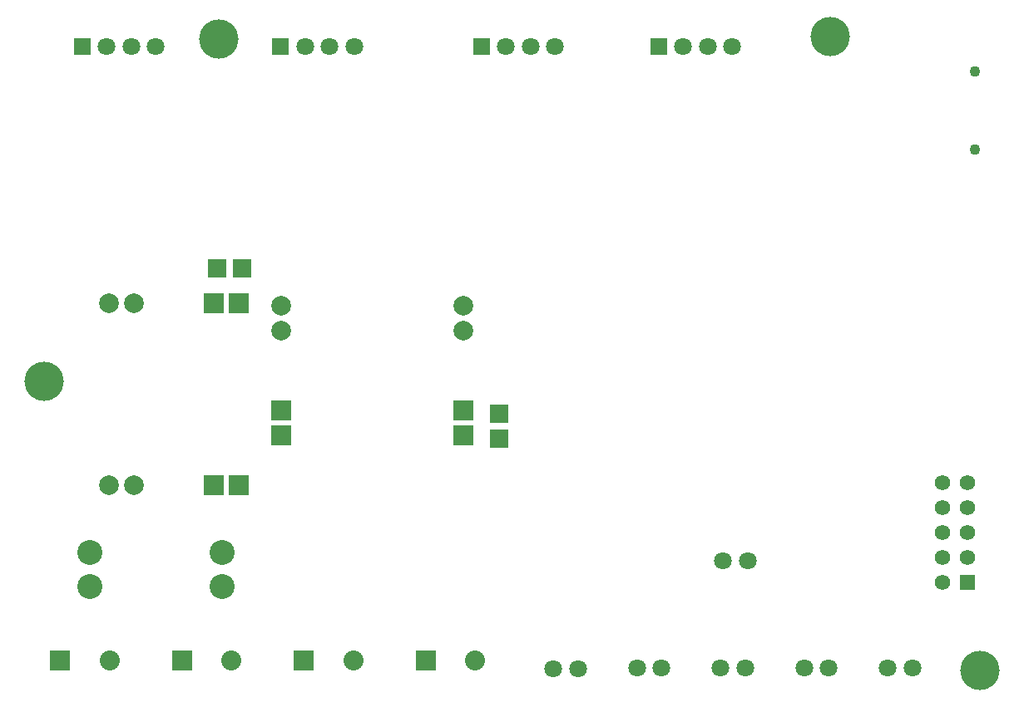
<source format=gbs>
%TF.GenerationSoftware,KiCad,Pcbnew,5.1.7-a382d34a8~87~ubuntu20.04.1*%
%TF.CreationDate,2020-10-19T23:47:47+03:00*%
%TF.ProjectId,E3_Pcb,45335f50-6362-42e6-9b69-6361645f7063,rev?*%
%TF.SameCoordinates,Original*%
%TF.FileFunction,Soldermask,Bot*%
%TF.FilePolarity,Negative*%
%FSLAX46Y46*%
G04 Gerber Fmt 4.6, Leading zero omitted, Abs format (unit mm)*
G04 Created by KiCad (PCBNEW 5.1.7-a382d34a8~87~ubuntu20.04.1) date 2020-10-19 23:47:47*
%MOMM*%
%LPD*%
G01*
G04 APERTURE LIST*
%ADD10R,1.800000X1.800000*%
%ADD11C,1.800000*%
%ADD12C,1.575000*%
%ADD13R,1.575000X1.575000*%
%ADD14C,1.100000*%
%ADD15R,1.930000X1.930000*%
%ADD16C,2.000000*%
%ADD17R,2.000000X2.000000*%
%ADD18C,2.540000*%
%ADD19R,2.032000X2.032000*%
%ADD20C,2.032000*%
%ADD21C,4.000000*%
G04 APERTURE END LIST*
D10*
%TO.C,CN2*%
X133791000Y-32385000D03*
D11*
X136293000Y-32385000D03*
X138792000Y-32385000D03*
X141291000Y-32385000D03*
%TD*%
D10*
%TO.C,CN1*%
X113598000Y-32385000D03*
D11*
X116100000Y-32385000D03*
X118599000Y-32385000D03*
X121098000Y-32385000D03*
%TD*%
D10*
%TO.C,CN3*%
X154238000Y-32385000D03*
D11*
X156740000Y-32385000D03*
X159239000Y-32385000D03*
X161738000Y-32385000D03*
%TD*%
D10*
%TO.C,CN4*%
X172272000Y-32385000D03*
D11*
X174774000Y-32385000D03*
X177273000Y-32385000D03*
X179772000Y-32385000D03*
%TD*%
D12*
%TO.C,H2*%
X201168000Y-76835000D03*
X203708000Y-76835000D03*
X201168000Y-79375000D03*
X203708000Y-79375000D03*
X201168000Y-81915000D03*
X203708000Y-81915000D03*
X201168000Y-84455000D03*
X203708000Y-84455000D03*
X201168000Y-86995000D03*
D13*
X203708000Y-86995000D03*
%TD*%
D14*
%TO.C,CARD1*%
X204508000Y-42950000D03*
X204508000Y-34950000D03*
%TD*%
D15*
%TO.C,JP2*%
X156083000Y-72390000D03*
X156083000Y-69850000D03*
%TD*%
%TO.C,JP1*%
X127381000Y-54991000D03*
X129921000Y-54991000D03*
%TD*%
D11*
%TO.C,CN5*%
X161563000Y-95822000D03*
X164065000Y-95822000D03*
%TD*%
%TO.C,CN7*%
X178581000Y-95758000D03*
X181083000Y-95758000D03*
%TD*%
%TO.C,CN6*%
X170072000Y-95758000D03*
X172574000Y-95758000D03*
%TD*%
D16*
%TO.C,U6*%
X116332000Y-58547000D03*
D17*
X129540000Y-58547000D03*
D16*
X118872000Y-58547000D03*
D17*
X127000000Y-58547000D03*
D16*
X116332000Y-77089000D03*
X118872000Y-77089000D03*
D17*
X127000000Y-77089000D03*
X129540000Y-77089000D03*
%TD*%
D16*
%TO.C,U7*%
X152400000Y-58801000D03*
D17*
X152400000Y-72009000D03*
D16*
X152400000Y-61341000D03*
D17*
X152400000Y-69469000D03*
D16*
X133858000Y-58801000D03*
X133858000Y-61341000D03*
D17*
X133858000Y-69469000D03*
X133858000Y-72009000D03*
%TD*%
D18*
%TO.C,F1*%
X114427000Y-84023000D03*
X114427000Y-87427000D03*
X127889000Y-84023000D03*
X127889000Y-87427000D03*
%TD*%
D11*
%TO.C,CN10*%
X181337000Y-84836000D03*
X178835000Y-84836000D03*
%TD*%
D19*
%TO.C,P3*%
X148590000Y-94996000D03*
D20*
X153594000Y-94996000D03*
%TD*%
D19*
%TO.C,P2*%
X136186000Y-94996000D03*
D20*
X141190000Y-94996000D03*
%TD*%
D19*
%TO.C,P4*%
X123783000Y-94996000D03*
D20*
X128787000Y-94996000D03*
%TD*%
D19*
%TO.C,P1*%
X111379000Y-94996000D03*
D20*
X116383000Y-94996000D03*
%TD*%
D11*
%TO.C,CN9*%
X195600000Y-95758000D03*
X198102000Y-95758000D03*
%TD*%
%TO.C,CN8*%
X187091000Y-95758000D03*
X189593000Y-95758000D03*
%TD*%
D21*
%TO.C,*%
X204978000Y-96012000D03*
%TD*%
%TO.C,*%
X189738000Y-31369000D03*
%TD*%
%TO.C,*%
X109728000Y-66548000D03*
%TD*%
%TO.C,*%
X127508000Y-31623000D03*
%TD*%
M02*

</source>
